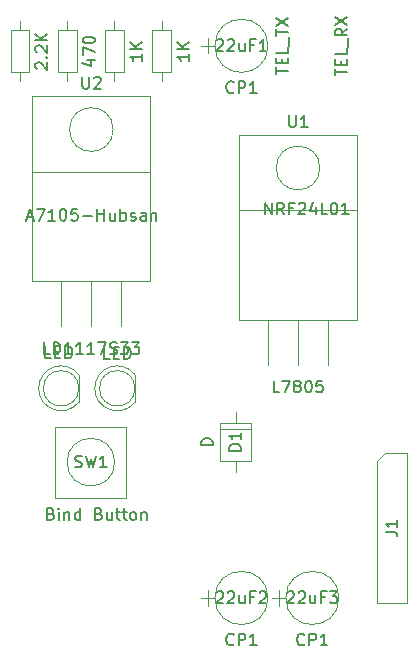
<source format=gbr>
G04 #@! TF.FileFunction,Other,Fab,Top*
%FSLAX46Y46*%
G04 Gerber Fmt 4.6, Leading zero omitted, Abs format (unit mm)*
G04 Created by KiCad (PCBNEW 4.0.7) date 07/08/18 15:45:41*
%MOMM*%
%LPD*%
G01*
G04 APERTURE LIST*
%ADD10C,0.100000*%
%ADD11C,0.150000*%
G04 APERTURE END LIST*
D10*
X144500000Y-79250000D02*
G75*
G03X144500000Y-79250000I-2250000J0D01*
G01*
X138800000Y-79250000D02*
X140000000Y-79250000D01*
X139400000Y-78600000D02*
X139400000Y-79900000D01*
X144500000Y-126000000D02*
G75*
G03X144500000Y-126000000I-2250000J0D01*
G01*
X138800000Y-126000000D02*
X140000000Y-126000000D01*
X139400000Y-125350000D02*
X139400000Y-126650000D01*
X150500000Y-126000000D02*
G75*
G03X150500000Y-126000000I-2250000J0D01*
G01*
X144800000Y-126000000D02*
X146000000Y-126000000D01*
X145400000Y-125350000D02*
X145400000Y-126650000D01*
X143050000Y-111190000D02*
X140450000Y-111190000D01*
X140450000Y-111190000D02*
X140450000Y-114390000D01*
X140450000Y-114390000D02*
X143050000Y-114390000D01*
X143050000Y-114390000D02*
X143050000Y-111190000D01*
X141750000Y-110250000D02*
X141750000Y-111190000D01*
X141750000Y-115330000D02*
X141750000Y-114390000D01*
X143050000Y-111670000D02*
X140450000Y-111670000D01*
X133230555Y-107084524D02*
G75*
G03X133230000Y-109416190I-1500555J-1165476D01*
G01*
X133230000Y-108250000D02*
G75*
G03X133230000Y-108250000I-1500000J0D01*
G01*
X133230000Y-109416190D02*
X133230000Y-107083810D01*
X128480555Y-107084524D02*
G75*
G03X128480000Y-109416190I-1500555J-1165476D01*
G01*
X128480000Y-108250000D02*
G75*
G03X128480000Y-108250000I-1500000J0D01*
G01*
X128480000Y-109416190D02*
X128480000Y-107083810D01*
X154365000Y-113730000D02*
X156270000Y-113730000D01*
X156270000Y-113730000D02*
X156270000Y-126430000D01*
X156270000Y-126430000D02*
X153730000Y-126430000D01*
X153730000Y-126430000D02*
X153730000Y-114365000D01*
X153730000Y-114365000D02*
X154365000Y-113730000D01*
X122700000Y-81510000D02*
X124300000Y-81510000D01*
X124300000Y-81510000D02*
X124300000Y-77910000D01*
X124300000Y-77910000D02*
X122700000Y-77910000D01*
X122700000Y-77910000D02*
X122700000Y-81510000D01*
X123500000Y-82250000D02*
X123500000Y-81510000D01*
X123500000Y-77170000D02*
X123500000Y-77910000D01*
X126700000Y-81510000D02*
X128300000Y-81510000D01*
X128300000Y-81510000D02*
X128300000Y-77910000D01*
X128300000Y-77910000D02*
X126700000Y-77910000D01*
X126700000Y-77910000D02*
X126700000Y-81510000D01*
X127500000Y-82250000D02*
X127500000Y-81510000D01*
X127500000Y-77170000D02*
X127500000Y-77910000D01*
X130700000Y-81510000D02*
X132300000Y-81510000D01*
X132300000Y-81510000D02*
X132300000Y-77910000D01*
X132300000Y-77910000D02*
X130700000Y-77910000D01*
X130700000Y-77910000D02*
X130700000Y-81510000D01*
X131500000Y-82250000D02*
X131500000Y-81510000D01*
X131500000Y-77170000D02*
X131500000Y-77910000D01*
X134700000Y-81510000D02*
X136300000Y-81510000D01*
X136300000Y-81510000D02*
X136300000Y-77910000D01*
X136300000Y-77910000D02*
X134700000Y-77910000D01*
X134700000Y-77910000D02*
X134700000Y-81510000D01*
X135500000Y-82250000D02*
X135500000Y-81510000D01*
X135500000Y-77170000D02*
X135500000Y-77910000D01*
X129500000Y-111500000D02*
X132500000Y-111500000D01*
X132500000Y-111500000D02*
X132500000Y-117500000D01*
X132500000Y-117500000D02*
X126500000Y-117500000D01*
X126500000Y-117500000D02*
X126500000Y-111500000D01*
X126500000Y-111500000D02*
X129500000Y-111500000D01*
X131515564Y-114500000D02*
G75*
G03X131515564Y-114500000I-2015564J0D01*
G01*
X142040000Y-93190000D02*
X142040000Y-86790000D01*
X142040000Y-86790000D02*
X152040000Y-86790000D01*
X152040000Y-86790000D02*
X152040000Y-93190000D01*
X152040000Y-93190000D02*
X142040000Y-93190000D01*
X142040000Y-102440000D02*
X142040000Y-93190000D01*
X142040000Y-93190000D02*
X152040000Y-93190000D01*
X152040000Y-93190000D02*
X152040000Y-102440000D01*
X152040000Y-102440000D02*
X142040000Y-102440000D01*
X144500000Y-102440000D02*
X144500000Y-106250000D01*
X147040000Y-102440000D02*
X147040000Y-106250000D01*
X149580000Y-102440000D02*
X149580000Y-106250000D01*
X148890000Y-89590000D02*
G75*
G03X148890000Y-89590000I-1850000J0D01*
G01*
X124540000Y-89940000D02*
X124540000Y-83540000D01*
X124540000Y-83540000D02*
X134540000Y-83540000D01*
X134540000Y-83540000D02*
X134540000Y-89940000D01*
X134540000Y-89940000D02*
X124540000Y-89940000D01*
X124540000Y-99190000D02*
X124540000Y-89940000D01*
X124540000Y-89940000D02*
X134540000Y-89940000D01*
X134540000Y-89940000D02*
X134540000Y-99190000D01*
X134540000Y-99190000D02*
X124540000Y-99190000D01*
X127000000Y-99190000D02*
X127000000Y-103000000D01*
X129540000Y-99190000D02*
X129540000Y-103000000D01*
X132080000Y-99190000D02*
X132080000Y-103000000D01*
X131390000Y-86340000D02*
G75*
G03X131390000Y-86340000I-1850000J0D01*
G01*
D11*
X141583334Y-83167143D02*
X141535715Y-83214762D01*
X141392858Y-83262381D01*
X141297620Y-83262381D01*
X141154762Y-83214762D01*
X141059524Y-83119524D01*
X141011905Y-83024286D01*
X140964286Y-82833810D01*
X140964286Y-82690952D01*
X141011905Y-82500476D01*
X141059524Y-82405238D01*
X141154762Y-82310000D01*
X141297620Y-82262381D01*
X141392858Y-82262381D01*
X141535715Y-82310000D01*
X141583334Y-82357619D01*
X142011905Y-83262381D02*
X142011905Y-82262381D01*
X142392858Y-82262381D01*
X142488096Y-82310000D01*
X142535715Y-82357619D01*
X142583334Y-82452857D01*
X142583334Y-82595714D01*
X142535715Y-82690952D01*
X142488096Y-82738571D01*
X142392858Y-82786190D01*
X142011905Y-82786190D01*
X143535715Y-83262381D02*
X142964286Y-83262381D01*
X143250000Y-83262381D02*
X143250000Y-82262381D01*
X143154762Y-82405238D01*
X143059524Y-82500476D01*
X142964286Y-82548095D01*
X140130952Y-78797619D02*
X140178571Y-78750000D01*
X140273809Y-78702381D01*
X140511905Y-78702381D01*
X140607143Y-78750000D01*
X140654762Y-78797619D01*
X140702381Y-78892857D01*
X140702381Y-78988095D01*
X140654762Y-79130952D01*
X140083333Y-79702381D01*
X140702381Y-79702381D01*
X141083333Y-78797619D02*
X141130952Y-78750000D01*
X141226190Y-78702381D01*
X141464286Y-78702381D01*
X141559524Y-78750000D01*
X141607143Y-78797619D01*
X141654762Y-78892857D01*
X141654762Y-78988095D01*
X141607143Y-79130952D01*
X141035714Y-79702381D01*
X141654762Y-79702381D01*
X142511905Y-79035714D02*
X142511905Y-79702381D01*
X142083333Y-79035714D02*
X142083333Y-79559524D01*
X142130952Y-79654762D01*
X142226190Y-79702381D01*
X142369048Y-79702381D01*
X142464286Y-79654762D01*
X142511905Y-79607143D01*
X143321429Y-79178571D02*
X142988095Y-79178571D01*
X142988095Y-79702381D02*
X142988095Y-78702381D01*
X143464286Y-78702381D01*
X144369048Y-79702381D02*
X143797619Y-79702381D01*
X144083333Y-79702381D02*
X144083333Y-78702381D01*
X143988095Y-78845238D01*
X143892857Y-78940476D01*
X143797619Y-78988095D01*
X141583334Y-129917143D02*
X141535715Y-129964762D01*
X141392858Y-130012381D01*
X141297620Y-130012381D01*
X141154762Y-129964762D01*
X141059524Y-129869524D01*
X141011905Y-129774286D01*
X140964286Y-129583810D01*
X140964286Y-129440952D01*
X141011905Y-129250476D01*
X141059524Y-129155238D01*
X141154762Y-129060000D01*
X141297620Y-129012381D01*
X141392858Y-129012381D01*
X141535715Y-129060000D01*
X141583334Y-129107619D01*
X142011905Y-130012381D02*
X142011905Y-129012381D01*
X142392858Y-129012381D01*
X142488096Y-129060000D01*
X142535715Y-129107619D01*
X142583334Y-129202857D01*
X142583334Y-129345714D01*
X142535715Y-129440952D01*
X142488096Y-129488571D01*
X142392858Y-129536190D01*
X142011905Y-129536190D01*
X143535715Y-130012381D02*
X142964286Y-130012381D01*
X143250000Y-130012381D02*
X143250000Y-129012381D01*
X143154762Y-129155238D01*
X143059524Y-129250476D01*
X142964286Y-129298095D01*
X140130952Y-125547619D02*
X140178571Y-125500000D01*
X140273809Y-125452381D01*
X140511905Y-125452381D01*
X140607143Y-125500000D01*
X140654762Y-125547619D01*
X140702381Y-125642857D01*
X140702381Y-125738095D01*
X140654762Y-125880952D01*
X140083333Y-126452381D01*
X140702381Y-126452381D01*
X141083333Y-125547619D02*
X141130952Y-125500000D01*
X141226190Y-125452381D01*
X141464286Y-125452381D01*
X141559524Y-125500000D01*
X141607143Y-125547619D01*
X141654762Y-125642857D01*
X141654762Y-125738095D01*
X141607143Y-125880952D01*
X141035714Y-126452381D01*
X141654762Y-126452381D01*
X142511905Y-125785714D02*
X142511905Y-126452381D01*
X142083333Y-125785714D02*
X142083333Y-126309524D01*
X142130952Y-126404762D01*
X142226190Y-126452381D01*
X142369048Y-126452381D01*
X142464286Y-126404762D01*
X142511905Y-126357143D01*
X143321429Y-125928571D02*
X142988095Y-125928571D01*
X142988095Y-126452381D02*
X142988095Y-125452381D01*
X143464286Y-125452381D01*
X143797619Y-125547619D02*
X143845238Y-125500000D01*
X143940476Y-125452381D01*
X144178572Y-125452381D01*
X144273810Y-125500000D01*
X144321429Y-125547619D01*
X144369048Y-125642857D01*
X144369048Y-125738095D01*
X144321429Y-125880952D01*
X143750000Y-126452381D01*
X144369048Y-126452381D01*
X147583334Y-129917143D02*
X147535715Y-129964762D01*
X147392858Y-130012381D01*
X147297620Y-130012381D01*
X147154762Y-129964762D01*
X147059524Y-129869524D01*
X147011905Y-129774286D01*
X146964286Y-129583810D01*
X146964286Y-129440952D01*
X147011905Y-129250476D01*
X147059524Y-129155238D01*
X147154762Y-129060000D01*
X147297620Y-129012381D01*
X147392858Y-129012381D01*
X147535715Y-129060000D01*
X147583334Y-129107619D01*
X148011905Y-130012381D02*
X148011905Y-129012381D01*
X148392858Y-129012381D01*
X148488096Y-129060000D01*
X148535715Y-129107619D01*
X148583334Y-129202857D01*
X148583334Y-129345714D01*
X148535715Y-129440952D01*
X148488096Y-129488571D01*
X148392858Y-129536190D01*
X148011905Y-129536190D01*
X149535715Y-130012381D02*
X148964286Y-130012381D01*
X149250000Y-130012381D02*
X149250000Y-129012381D01*
X149154762Y-129155238D01*
X149059524Y-129250476D01*
X148964286Y-129298095D01*
X146130952Y-125547619D02*
X146178571Y-125500000D01*
X146273809Y-125452381D01*
X146511905Y-125452381D01*
X146607143Y-125500000D01*
X146654762Y-125547619D01*
X146702381Y-125642857D01*
X146702381Y-125738095D01*
X146654762Y-125880952D01*
X146083333Y-126452381D01*
X146702381Y-126452381D01*
X147083333Y-125547619D02*
X147130952Y-125500000D01*
X147226190Y-125452381D01*
X147464286Y-125452381D01*
X147559524Y-125500000D01*
X147607143Y-125547619D01*
X147654762Y-125642857D01*
X147654762Y-125738095D01*
X147607143Y-125880952D01*
X147035714Y-126452381D01*
X147654762Y-126452381D01*
X148511905Y-125785714D02*
X148511905Y-126452381D01*
X148083333Y-125785714D02*
X148083333Y-126309524D01*
X148130952Y-126404762D01*
X148226190Y-126452381D01*
X148369048Y-126452381D01*
X148464286Y-126404762D01*
X148511905Y-126357143D01*
X149321429Y-125928571D02*
X148988095Y-125928571D01*
X148988095Y-126452381D02*
X148988095Y-125452381D01*
X149464286Y-125452381D01*
X149750000Y-125452381D02*
X150369048Y-125452381D01*
X150035714Y-125833333D01*
X150178572Y-125833333D01*
X150273810Y-125880952D01*
X150321429Y-125928571D01*
X150369048Y-126023810D01*
X150369048Y-126261905D01*
X150321429Y-126357143D01*
X150273810Y-126404762D01*
X150178572Y-126452381D01*
X149892857Y-126452381D01*
X149797619Y-126404762D01*
X149750000Y-126357143D01*
X139842381Y-113051905D02*
X138842381Y-113051905D01*
X138842381Y-112813810D01*
X138890000Y-112670952D01*
X138985238Y-112575714D01*
X139080476Y-112528095D01*
X139270952Y-112480476D01*
X139413810Y-112480476D01*
X139604286Y-112528095D01*
X139699524Y-112575714D01*
X139794762Y-112670952D01*
X139842381Y-112813810D01*
X139842381Y-113051905D01*
X142202381Y-113528095D02*
X141202381Y-113528095D01*
X141202381Y-113290000D01*
X141250000Y-113147142D01*
X141345238Y-113051904D01*
X141440476Y-113004285D01*
X141630952Y-112956666D01*
X141773810Y-112956666D01*
X141964286Y-113004285D01*
X142059524Y-113051904D01*
X142154762Y-113147142D01*
X142202381Y-113290000D01*
X142202381Y-113528095D01*
X142202381Y-112004285D02*
X142202381Y-112575714D01*
X142202381Y-112290000D02*
X141202381Y-112290000D01*
X141345238Y-112385238D01*
X141440476Y-112480476D01*
X141488095Y-112575714D01*
X131087143Y-105742381D02*
X130610952Y-105742381D01*
X130610952Y-104742381D01*
X131420476Y-105218571D02*
X131753810Y-105218571D01*
X131896667Y-105742381D02*
X131420476Y-105742381D01*
X131420476Y-104742381D01*
X131896667Y-104742381D01*
X132325238Y-105742381D02*
X132325238Y-104742381D01*
X132563333Y-104742381D01*
X132706191Y-104790000D01*
X132801429Y-104885238D01*
X132849048Y-104980476D01*
X132896667Y-105170952D01*
X132896667Y-105313810D01*
X132849048Y-105504286D01*
X132801429Y-105599524D01*
X132706191Y-105694762D01*
X132563333Y-105742381D01*
X132325238Y-105742381D01*
X126107143Y-105702381D02*
X125630952Y-105702381D01*
X125630952Y-104702381D01*
X126440476Y-105178571D02*
X126773810Y-105178571D01*
X126916667Y-105702381D02*
X126440476Y-105702381D01*
X126440476Y-104702381D01*
X126916667Y-104702381D01*
X127345238Y-105702381D02*
X127345238Y-104702381D01*
X127583333Y-104702381D01*
X127726191Y-104750000D01*
X127821429Y-104845238D01*
X127869048Y-104940476D01*
X127916667Y-105130952D01*
X127916667Y-105273810D01*
X127869048Y-105464286D01*
X127821429Y-105559524D01*
X127726191Y-105654762D01*
X127583333Y-105702381D01*
X127345238Y-105702381D01*
X154452381Y-120413333D02*
X155166667Y-120413333D01*
X155309524Y-120460953D01*
X155404762Y-120556191D01*
X155452381Y-120699048D01*
X155452381Y-120794286D01*
X155452381Y-119413333D02*
X155452381Y-119984762D01*
X155452381Y-119699048D02*
X154452381Y-119699048D01*
X154595238Y-119794286D01*
X154690476Y-119889524D01*
X154738095Y-119984762D01*
X150202381Y-81750000D02*
X150202381Y-81178571D01*
X151202381Y-81464286D02*
X150202381Y-81464286D01*
X150678571Y-80845238D02*
X150678571Y-80511904D01*
X151202381Y-80369047D02*
X151202381Y-80845238D01*
X150202381Y-80845238D01*
X150202381Y-80369047D01*
X151202381Y-79464285D02*
X151202381Y-79940476D01*
X150202381Y-79940476D01*
X151297619Y-79369047D02*
X151297619Y-78607142D01*
X151202381Y-77797618D02*
X150726190Y-78130952D01*
X151202381Y-78369047D02*
X150202381Y-78369047D01*
X150202381Y-77988094D01*
X150250000Y-77892856D01*
X150297619Y-77845237D01*
X150392857Y-77797618D01*
X150535714Y-77797618D01*
X150630952Y-77845237D01*
X150678571Y-77892856D01*
X150726190Y-77988094D01*
X150726190Y-78369047D01*
X150202381Y-77464285D02*
X151202381Y-76797618D01*
X150202381Y-76797618D02*
X151202381Y-77464285D01*
X145202381Y-81630953D02*
X145202381Y-81059524D01*
X146202381Y-81345239D02*
X145202381Y-81345239D01*
X145678571Y-80726191D02*
X145678571Y-80392857D01*
X146202381Y-80250000D02*
X146202381Y-80726191D01*
X145202381Y-80726191D01*
X145202381Y-80250000D01*
X146202381Y-79345238D02*
X146202381Y-79821429D01*
X145202381Y-79821429D01*
X146297619Y-79250000D02*
X146297619Y-78488095D01*
X145202381Y-78392857D02*
X145202381Y-77821428D01*
X146202381Y-78107143D02*
X145202381Y-78107143D01*
X145202381Y-77583333D02*
X146202381Y-76916666D01*
X145202381Y-76916666D02*
X146202381Y-77583333D01*
X124907619Y-81210000D02*
X124860000Y-81162381D01*
X124812381Y-81067143D01*
X124812381Y-80829047D01*
X124860000Y-80733809D01*
X124907619Y-80686190D01*
X125002857Y-80638571D01*
X125098095Y-80638571D01*
X125240952Y-80686190D01*
X125812381Y-81257619D01*
X125812381Y-80638571D01*
X125717143Y-80210000D02*
X125764762Y-80162381D01*
X125812381Y-80210000D01*
X125764762Y-80257619D01*
X125717143Y-80210000D01*
X125812381Y-80210000D01*
X124907619Y-79781429D02*
X124860000Y-79733810D01*
X124812381Y-79638572D01*
X124812381Y-79400476D01*
X124860000Y-79305238D01*
X124907619Y-79257619D01*
X125002857Y-79210000D01*
X125098095Y-79210000D01*
X125240952Y-79257619D01*
X125812381Y-79829048D01*
X125812381Y-79210000D01*
X125812381Y-78781429D02*
X124812381Y-78781429D01*
X125812381Y-78210000D02*
X125240952Y-78638572D01*
X124812381Y-78210000D02*
X125383810Y-78781429D01*
X129145714Y-80471904D02*
X129812381Y-80471904D01*
X128764762Y-80710000D02*
X129479048Y-80948095D01*
X129479048Y-80329047D01*
X128812381Y-80043333D02*
X128812381Y-79376666D01*
X129812381Y-79805238D01*
X128812381Y-78805238D02*
X128812381Y-78709999D01*
X128860000Y-78614761D01*
X128907619Y-78567142D01*
X129002857Y-78519523D01*
X129193333Y-78471904D01*
X129431429Y-78471904D01*
X129621905Y-78519523D01*
X129717143Y-78567142D01*
X129764762Y-78614761D01*
X129812381Y-78709999D01*
X129812381Y-78805238D01*
X129764762Y-78900476D01*
X129717143Y-78948095D01*
X129621905Y-78995714D01*
X129431429Y-79043333D01*
X129193333Y-79043333D01*
X129002857Y-78995714D01*
X128907619Y-78948095D01*
X128860000Y-78900476D01*
X128812381Y-78805238D01*
X133812381Y-79924285D02*
X133812381Y-80495714D01*
X133812381Y-80210000D02*
X132812381Y-80210000D01*
X132955238Y-80305238D01*
X133050476Y-80400476D01*
X133098095Y-80495714D01*
X133812381Y-79495714D02*
X132812381Y-79495714D01*
X133812381Y-78924285D02*
X133240952Y-79352857D01*
X132812381Y-78924285D02*
X133383810Y-79495714D01*
X137812381Y-79924285D02*
X137812381Y-80495714D01*
X137812381Y-80210000D02*
X136812381Y-80210000D01*
X136955238Y-80305238D01*
X137050476Y-80400476D01*
X137098095Y-80495714D01*
X137812381Y-79495714D02*
X136812381Y-79495714D01*
X137812381Y-78924285D02*
X137240952Y-79352857D01*
X136812381Y-78924285D02*
X137383810Y-79495714D01*
X126119048Y-118878571D02*
X126261905Y-118926190D01*
X126309524Y-118973810D01*
X126357143Y-119069048D01*
X126357143Y-119211905D01*
X126309524Y-119307143D01*
X126261905Y-119354762D01*
X126166667Y-119402381D01*
X125785714Y-119402381D01*
X125785714Y-118402381D01*
X126119048Y-118402381D01*
X126214286Y-118450000D01*
X126261905Y-118497619D01*
X126309524Y-118592857D01*
X126309524Y-118688095D01*
X126261905Y-118783333D01*
X126214286Y-118830952D01*
X126119048Y-118878571D01*
X125785714Y-118878571D01*
X126785714Y-119402381D02*
X126785714Y-118735714D01*
X126785714Y-118402381D02*
X126738095Y-118450000D01*
X126785714Y-118497619D01*
X126833333Y-118450000D01*
X126785714Y-118402381D01*
X126785714Y-118497619D01*
X127261904Y-118735714D02*
X127261904Y-119402381D01*
X127261904Y-118830952D02*
X127309523Y-118783333D01*
X127404761Y-118735714D01*
X127547619Y-118735714D01*
X127642857Y-118783333D01*
X127690476Y-118878571D01*
X127690476Y-119402381D01*
X128595238Y-119402381D02*
X128595238Y-118402381D01*
X128595238Y-119354762D02*
X128500000Y-119402381D01*
X128309523Y-119402381D01*
X128214285Y-119354762D01*
X128166666Y-119307143D01*
X128119047Y-119211905D01*
X128119047Y-118926190D01*
X128166666Y-118830952D01*
X128214285Y-118783333D01*
X128309523Y-118735714D01*
X128500000Y-118735714D01*
X128595238Y-118783333D01*
X130166667Y-118878571D02*
X130309524Y-118926190D01*
X130357143Y-118973810D01*
X130404762Y-119069048D01*
X130404762Y-119211905D01*
X130357143Y-119307143D01*
X130309524Y-119354762D01*
X130214286Y-119402381D01*
X129833333Y-119402381D01*
X129833333Y-118402381D01*
X130166667Y-118402381D01*
X130261905Y-118450000D01*
X130309524Y-118497619D01*
X130357143Y-118592857D01*
X130357143Y-118688095D01*
X130309524Y-118783333D01*
X130261905Y-118830952D01*
X130166667Y-118878571D01*
X129833333Y-118878571D01*
X131261905Y-118735714D02*
X131261905Y-119402381D01*
X130833333Y-118735714D02*
X130833333Y-119259524D01*
X130880952Y-119354762D01*
X130976190Y-119402381D01*
X131119048Y-119402381D01*
X131214286Y-119354762D01*
X131261905Y-119307143D01*
X131595238Y-118735714D02*
X131976190Y-118735714D01*
X131738095Y-118402381D02*
X131738095Y-119259524D01*
X131785714Y-119354762D01*
X131880952Y-119402381D01*
X131976190Y-119402381D01*
X132166667Y-118735714D02*
X132547619Y-118735714D01*
X132309524Y-118402381D02*
X132309524Y-119259524D01*
X132357143Y-119354762D01*
X132452381Y-119402381D01*
X132547619Y-119402381D01*
X133023810Y-119402381D02*
X132928572Y-119354762D01*
X132880953Y-119307143D01*
X132833334Y-119211905D01*
X132833334Y-118926190D01*
X132880953Y-118830952D01*
X132928572Y-118783333D01*
X133023810Y-118735714D01*
X133166668Y-118735714D01*
X133261906Y-118783333D01*
X133309525Y-118830952D01*
X133357144Y-118926190D01*
X133357144Y-119211905D01*
X133309525Y-119307143D01*
X133261906Y-119354762D01*
X133166668Y-119402381D01*
X133023810Y-119402381D01*
X133785715Y-118735714D02*
X133785715Y-119402381D01*
X133785715Y-118830952D02*
X133833334Y-118783333D01*
X133928572Y-118735714D01*
X134071430Y-118735714D01*
X134166668Y-118783333D01*
X134214287Y-118878571D01*
X134214287Y-119402381D01*
X128166667Y-114904762D02*
X128309524Y-114952381D01*
X128547620Y-114952381D01*
X128642858Y-114904762D01*
X128690477Y-114857143D01*
X128738096Y-114761905D01*
X128738096Y-114666667D01*
X128690477Y-114571429D01*
X128642858Y-114523810D01*
X128547620Y-114476190D01*
X128357143Y-114428571D01*
X128261905Y-114380952D01*
X128214286Y-114333333D01*
X128166667Y-114238095D01*
X128166667Y-114142857D01*
X128214286Y-114047619D01*
X128261905Y-114000000D01*
X128357143Y-113952381D01*
X128595239Y-113952381D01*
X128738096Y-114000000D01*
X129071429Y-113952381D02*
X129309524Y-114952381D01*
X129500001Y-114238095D01*
X129690477Y-114952381D01*
X129928572Y-113952381D01*
X130833334Y-114952381D02*
X130261905Y-114952381D01*
X130547619Y-114952381D02*
X130547619Y-113952381D01*
X130452381Y-114095238D01*
X130357143Y-114190476D01*
X130261905Y-114238095D01*
X124100000Y-93766667D02*
X124576191Y-93766667D01*
X124004762Y-94052381D02*
X124338095Y-93052381D01*
X124671429Y-94052381D01*
X124909524Y-93052381D02*
X125576191Y-93052381D01*
X125147619Y-94052381D01*
X126480953Y-94052381D02*
X125909524Y-94052381D01*
X126195238Y-94052381D02*
X126195238Y-93052381D01*
X126100000Y-93195238D01*
X126004762Y-93290476D01*
X125909524Y-93338095D01*
X127100000Y-93052381D02*
X127195239Y-93052381D01*
X127290477Y-93100000D01*
X127338096Y-93147619D01*
X127385715Y-93242857D01*
X127433334Y-93433333D01*
X127433334Y-93671429D01*
X127385715Y-93861905D01*
X127338096Y-93957143D01*
X127290477Y-94004762D01*
X127195239Y-94052381D01*
X127100000Y-94052381D01*
X127004762Y-94004762D01*
X126957143Y-93957143D01*
X126909524Y-93861905D01*
X126861905Y-93671429D01*
X126861905Y-93433333D01*
X126909524Y-93242857D01*
X126957143Y-93147619D01*
X127004762Y-93100000D01*
X127100000Y-93052381D01*
X128338096Y-93052381D02*
X127861905Y-93052381D01*
X127814286Y-93528571D01*
X127861905Y-93480952D01*
X127957143Y-93433333D01*
X128195239Y-93433333D01*
X128290477Y-93480952D01*
X128338096Y-93528571D01*
X128385715Y-93623810D01*
X128385715Y-93861905D01*
X128338096Y-93957143D01*
X128290477Y-94004762D01*
X128195239Y-94052381D01*
X127957143Y-94052381D01*
X127861905Y-94004762D01*
X127814286Y-93957143D01*
X128814286Y-93671429D02*
X129576191Y-93671429D01*
X130052381Y-94052381D02*
X130052381Y-93052381D01*
X130052381Y-93528571D02*
X130623810Y-93528571D01*
X130623810Y-94052381D02*
X130623810Y-93052381D01*
X131528572Y-93385714D02*
X131528572Y-94052381D01*
X131100000Y-93385714D02*
X131100000Y-93909524D01*
X131147619Y-94004762D01*
X131242857Y-94052381D01*
X131385715Y-94052381D01*
X131480953Y-94004762D01*
X131528572Y-93957143D01*
X132004762Y-94052381D02*
X132004762Y-93052381D01*
X132004762Y-93433333D02*
X132100000Y-93385714D01*
X132290477Y-93385714D01*
X132385715Y-93433333D01*
X132433334Y-93480952D01*
X132480953Y-93576190D01*
X132480953Y-93861905D01*
X132433334Y-93957143D01*
X132385715Y-94004762D01*
X132290477Y-94052381D01*
X132100000Y-94052381D01*
X132004762Y-94004762D01*
X132861905Y-94004762D02*
X132957143Y-94052381D01*
X133147619Y-94052381D01*
X133242858Y-94004762D01*
X133290477Y-93909524D01*
X133290477Y-93861905D01*
X133242858Y-93766667D01*
X133147619Y-93719048D01*
X133004762Y-93719048D01*
X132909524Y-93671429D01*
X132861905Y-93576190D01*
X132861905Y-93528571D01*
X132909524Y-93433333D01*
X133004762Y-93385714D01*
X133147619Y-93385714D01*
X133242858Y-93433333D01*
X134147620Y-94052381D02*
X134147620Y-93528571D01*
X134100001Y-93433333D01*
X134004763Y-93385714D01*
X133814286Y-93385714D01*
X133719048Y-93433333D01*
X134147620Y-94004762D02*
X134052382Y-94052381D01*
X133814286Y-94052381D01*
X133719048Y-94004762D01*
X133671429Y-93909524D01*
X133671429Y-93814286D01*
X133719048Y-93719048D01*
X133814286Y-93671429D01*
X134052382Y-93671429D01*
X134147620Y-93623810D01*
X134623810Y-93385714D02*
X134623810Y-94052381D01*
X134623810Y-93480952D02*
X134671429Y-93433333D01*
X134766667Y-93385714D01*
X134909525Y-93385714D01*
X135004763Y-93433333D01*
X135052382Y-93528571D01*
X135052382Y-94052381D01*
X145444762Y-108602381D02*
X144968571Y-108602381D01*
X144968571Y-107602381D01*
X145682857Y-107602381D02*
X146349524Y-107602381D01*
X145920952Y-108602381D01*
X146873333Y-108030952D02*
X146778095Y-107983333D01*
X146730476Y-107935714D01*
X146682857Y-107840476D01*
X146682857Y-107792857D01*
X146730476Y-107697619D01*
X146778095Y-107650000D01*
X146873333Y-107602381D01*
X147063810Y-107602381D01*
X147159048Y-107650000D01*
X147206667Y-107697619D01*
X147254286Y-107792857D01*
X147254286Y-107840476D01*
X147206667Y-107935714D01*
X147159048Y-107983333D01*
X147063810Y-108030952D01*
X146873333Y-108030952D01*
X146778095Y-108078571D01*
X146730476Y-108126190D01*
X146682857Y-108221429D01*
X146682857Y-108411905D01*
X146730476Y-108507143D01*
X146778095Y-108554762D01*
X146873333Y-108602381D01*
X147063810Y-108602381D01*
X147159048Y-108554762D01*
X147206667Y-108507143D01*
X147254286Y-108411905D01*
X147254286Y-108221429D01*
X147206667Y-108126190D01*
X147159048Y-108078571D01*
X147063810Y-108030952D01*
X147873333Y-107602381D02*
X147968572Y-107602381D01*
X148063810Y-107650000D01*
X148111429Y-107697619D01*
X148159048Y-107792857D01*
X148206667Y-107983333D01*
X148206667Y-108221429D01*
X148159048Y-108411905D01*
X148111429Y-108507143D01*
X148063810Y-108554762D01*
X147968572Y-108602381D01*
X147873333Y-108602381D01*
X147778095Y-108554762D01*
X147730476Y-108507143D01*
X147682857Y-108411905D01*
X147635238Y-108221429D01*
X147635238Y-107983333D01*
X147682857Y-107792857D01*
X147730476Y-107697619D01*
X147778095Y-107650000D01*
X147873333Y-107602381D01*
X149111429Y-107602381D02*
X148635238Y-107602381D01*
X148587619Y-108078571D01*
X148635238Y-108030952D01*
X148730476Y-107983333D01*
X148968572Y-107983333D01*
X149063810Y-108030952D01*
X149111429Y-108078571D01*
X149159048Y-108173810D01*
X149159048Y-108411905D01*
X149111429Y-108507143D01*
X149063810Y-108554762D01*
X148968572Y-108602381D01*
X148730476Y-108602381D01*
X148635238Y-108554762D01*
X148587619Y-108507143D01*
X146278095Y-85122381D02*
X146278095Y-85931905D01*
X146325714Y-86027143D01*
X146373333Y-86074762D01*
X146468571Y-86122381D01*
X146659048Y-86122381D01*
X146754286Y-86074762D01*
X146801905Y-86027143D01*
X146849524Y-85931905D01*
X146849524Y-85122381D01*
X147849524Y-86122381D02*
X147278095Y-86122381D01*
X147563809Y-86122381D02*
X147563809Y-85122381D01*
X147468571Y-85265238D01*
X147373333Y-85360476D01*
X147278095Y-85408095D01*
X126016191Y-105352381D02*
X125540000Y-105352381D01*
X125540000Y-104352381D01*
X126349524Y-105352381D02*
X126349524Y-104352381D01*
X126587619Y-104352381D01*
X126730477Y-104400000D01*
X126825715Y-104495238D01*
X126873334Y-104590476D01*
X126920953Y-104780952D01*
X126920953Y-104923810D01*
X126873334Y-105114286D01*
X126825715Y-105209524D01*
X126730477Y-105304762D01*
X126587619Y-105352381D01*
X126349524Y-105352381D01*
X127873334Y-105352381D02*
X127301905Y-105352381D01*
X127587619Y-105352381D02*
X127587619Y-104352381D01*
X127492381Y-104495238D01*
X127397143Y-104590476D01*
X127301905Y-104638095D01*
X128825715Y-105352381D02*
X128254286Y-105352381D01*
X128540000Y-105352381D02*
X128540000Y-104352381D01*
X128444762Y-104495238D01*
X128349524Y-104590476D01*
X128254286Y-104638095D01*
X129778096Y-105352381D02*
X129206667Y-105352381D01*
X129492381Y-105352381D02*
X129492381Y-104352381D01*
X129397143Y-104495238D01*
X129301905Y-104590476D01*
X129206667Y-104638095D01*
X130111429Y-104352381D02*
X130778096Y-104352381D01*
X130349524Y-105352381D01*
X131111429Y-105304762D02*
X131254286Y-105352381D01*
X131492382Y-105352381D01*
X131587620Y-105304762D01*
X131635239Y-105257143D01*
X131682858Y-105161905D01*
X131682858Y-105066667D01*
X131635239Y-104971429D01*
X131587620Y-104923810D01*
X131492382Y-104876190D01*
X131301905Y-104828571D01*
X131206667Y-104780952D01*
X131159048Y-104733333D01*
X131111429Y-104638095D01*
X131111429Y-104542857D01*
X131159048Y-104447619D01*
X131206667Y-104400000D01*
X131301905Y-104352381D01*
X131540001Y-104352381D01*
X131682858Y-104400000D01*
X132016191Y-104352381D02*
X132635239Y-104352381D01*
X132301905Y-104733333D01*
X132444763Y-104733333D01*
X132540001Y-104780952D01*
X132587620Y-104828571D01*
X132635239Y-104923810D01*
X132635239Y-105161905D01*
X132587620Y-105257143D01*
X132540001Y-105304762D01*
X132444763Y-105352381D01*
X132159048Y-105352381D01*
X132063810Y-105304762D01*
X132016191Y-105257143D01*
X132968572Y-104352381D02*
X133587620Y-104352381D01*
X133254286Y-104733333D01*
X133397144Y-104733333D01*
X133492382Y-104780952D01*
X133540001Y-104828571D01*
X133587620Y-104923810D01*
X133587620Y-105161905D01*
X133540001Y-105257143D01*
X133492382Y-105304762D01*
X133397144Y-105352381D01*
X133111429Y-105352381D01*
X133016191Y-105304762D01*
X132968572Y-105257143D01*
X128778095Y-81872381D02*
X128778095Y-82681905D01*
X128825714Y-82777143D01*
X128873333Y-82824762D01*
X128968571Y-82872381D01*
X129159048Y-82872381D01*
X129254286Y-82824762D01*
X129301905Y-82777143D01*
X129349524Y-82681905D01*
X129349524Y-81872381D01*
X129778095Y-81967619D02*
X129825714Y-81920000D01*
X129920952Y-81872381D01*
X130159048Y-81872381D01*
X130254286Y-81920000D01*
X130301905Y-81967619D01*
X130349524Y-82062857D01*
X130349524Y-82158095D01*
X130301905Y-82300952D01*
X129730476Y-82872381D01*
X130349524Y-82872381D01*
X144236190Y-93532381D02*
X144236190Y-92532381D01*
X144807619Y-93532381D01*
X144807619Y-92532381D01*
X145855238Y-93532381D02*
X145521904Y-93056190D01*
X145283809Y-93532381D02*
X145283809Y-92532381D01*
X145664762Y-92532381D01*
X145760000Y-92580000D01*
X145807619Y-92627619D01*
X145855238Y-92722857D01*
X145855238Y-92865714D01*
X145807619Y-92960952D01*
X145760000Y-93008571D01*
X145664762Y-93056190D01*
X145283809Y-93056190D01*
X146617143Y-93008571D02*
X146283809Y-93008571D01*
X146283809Y-93532381D02*
X146283809Y-92532381D01*
X146760000Y-92532381D01*
X147093333Y-92627619D02*
X147140952Y-92580000D01*
X147236190Y-92532381D01*
X147474286Y-92532381D01*
X147569524Y-92580000D01*
X147617143Y-92627619D01*
X147664762Y-92722857D01*
X147664762Y-92818095D01*
X147617143Y-92960952D01*
X147045714Y-93532381D01*
X147664762Y-93532381D01*
X148521905Y-92865714D02*
X148521905Y-93532381D01*
X148283809Y-92484762D02*
X148045714Y-93199048D01*
X148664762Y-93199048D01*
X149521905Y-93532381D02*
X149045714Y-93532381D01*
X149045714Y-92532381D01*
X150045714Y-92532381D02*
X150140953Y-92532381D01*
X150236191Y-92580000D01*
X150283810Y-92627619D01*
X150331429Y-92722857D01*
X150379048Y-92913333D01*
X150379048Y-93151429D01*
X150331429Y-93341905D01*
X150283810Y-93437143D01*
X150236191Y-93484762D01*
X150140953Y-93532381D01*
X150045714Y-93532381D01*
X149950476Y-93484762D01*
X149902857Y-93437143D01*
X149855238Y-93341905D01*
X149807619Y-93151429D01*
X149807619Y-92913333D01*
X149855238Y-92722857D01*
X149902857Y-92627619D01*
X149950476Y-92580000D01*
X150045714Y-92532381D01*
X151331429Y-93532381D02*
X150760000Y-93532381D01*
X151045714Y-93532381D02*
X151045714Y-92532381D01*
X150950476Y-92675238D01*
X150855238Y-92770476D01*
X150760000Y-92818095D01*
M02*

</source>
